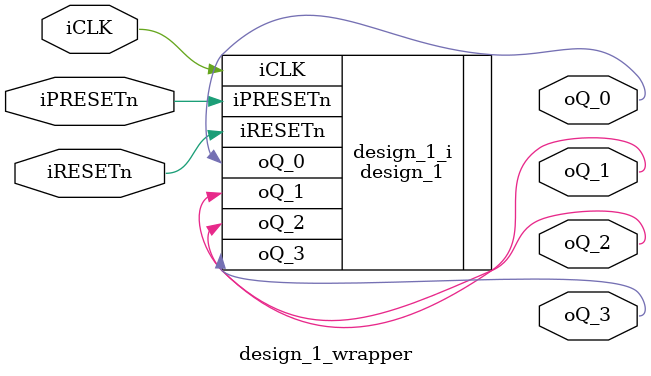
<source format=v>
`timescale 1 ps / 1 ps

module design_1_wrapper
   (iCLK,
    iPRESETn,
    iRESETn,
    oQ_0,
    oQ_1,
    oQ_2,
    oQ_3);
  input iCLK;
  input iPRESETn;
  input iRESETn;
  output oQ_0;
  output oQ_1;
  output oQ_2;
  output oQ_3;

  wire iCLK;
  wire iPRESETn;
  wire iRESETn;
  wire oQ_0;
  wire oQ_1;
  wire oQ_2;
  wire oQ_3;

  design_1 design_1_i
       (.iCLK(iCLK),
        .iPRESETn(iPRESETn),
        .iRESETn(iRESETn),
        .oQ_0(oQ_0),
        .oQ_1(oQ_1),
        .oQ_2(oQ_2),
        .oQ_3(oQ_3));
endmodule

</source>
